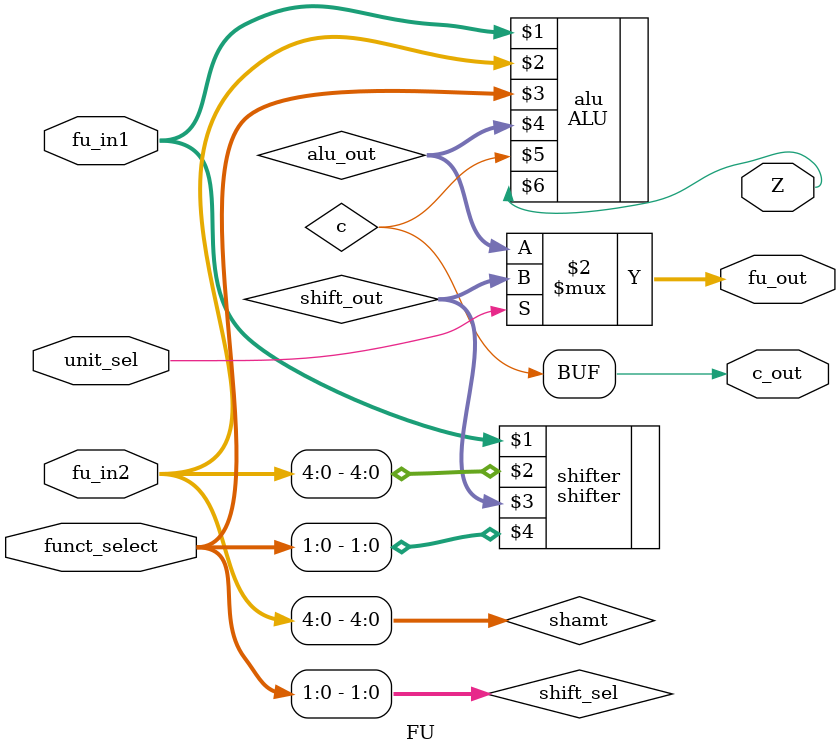
<source format=v>
`timescale 1ns / 1ps

module FU(

    input   [31:0]  fu_in1,
    input   [31:0]  fu_in2,
    input   [4:0]   funct_select,
    input           unit_sel,
    output  [31:0]  fu_out,
    output          c_out,Z    
    );

wire[4:0] shamt; 
wire[31:0] alu_out, shift_out;
wire[1:0] shift_sel;
wire c;
assign shamt = fu_in2[4:0];
assign c_out = c;
assign shift_sel = funct_select[1:0];
ALU alu (fu_in1,fu_in2,funct_select,alu_out,c,Z);
shifter shifter (fu_in1,shamt,shift_out,shift_sel);

assign fu_out = (~unit_sel) ? alu_out : shift_out; 

endmodule


</source>
